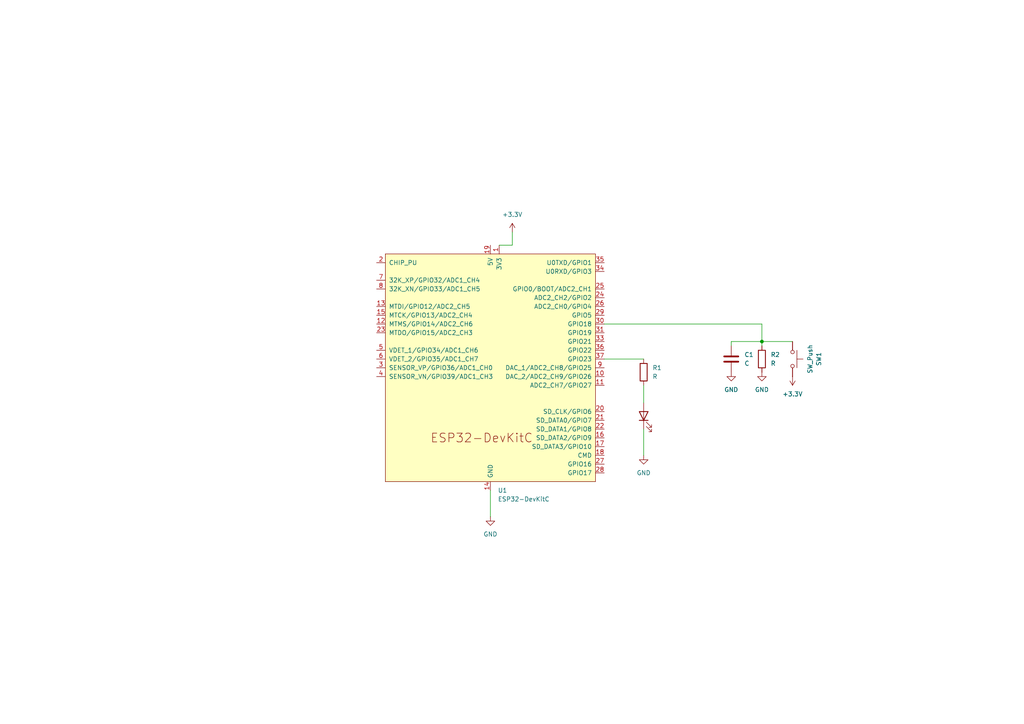
<source format=kicad_sch>
(kicad_sch (version 20250114) (generator "eeschema") (generator_version "9.0")
  (paper "A4")
  (lib_symbols
    (symbol "Device:C" (pin_numbers (hide yes)) (pin_names (offset 0.254))
      (property "Reference" "C" (at 0.635 2.54 0))
      (property "Value" "C" (at 0.635 -2.54 0))
      (symbol "C_0_1"
        (polyline (pts (xy -2.032 0.762) (xy 2.032 0.762)) (stroke (width 0.508)))
        (polyline (pts (xy -2.032 -0.762) (xy 2.032 -0.762)) (stroke (width 0.508)))
      )
      (symbol "C_1_1"
        (pin passive line (at 0 3.81 270) (length 2.794) (name "~") (number "1"))
        (pin passive line (at 0 -3.81 90) (length 2.794) (name "~") (number "2"))
      )
    )
    (symbol "Device:LED" (pin_numbers (hide yes)) (pin_names (offset 1.016) (hide yes))
      (property "Reference" "D" (at 0 2.54 0))
      (property "Value" "LED" (at 0 -2.54 0))
      (symbol "LED_0_1"
        (polyline (pts (xy -3.048 -0.762) (xy -4.572 -2.286) (xy -3.81 -2.286) (xy -4.572 -2.286) (xy -4.572 -1.524)))
        (polyline (pts (xy -1.778 -0.762) (xy -3.302 -2.286) (xy -2.54 -2.286) (xy -3.302 -2.286) (xy -3.302 -1.524)))
        (polyline (pts (xy -1.27 0) (xy 1.27 0)))
        (polyline (pts (xy -1.27 -1.27) (xy -1.27 1.27)) (stroke (width 0.254)))
        (polyline (pts (xy 1.27 -1.27) (xy 1.27 1.27) (xy -1.27 0) (xy 1.27 -1.27)) (stroke (width 0.254)))
      )
      (symbol "LED_1_1"
        (pin passive line (at -3.81 0 0) (length 2.54) (name "K") (number "1"))
        (pin passive line (at 3.81 0 180) (length 2.54) (name "A") (number "2"))
      )
    )
    (symbol "Device:R" (pin_numbers (hide yes)) (pin_names (offset 0))
      (property "Reference" "R" (at 2.032 0 90))
      (property "Value" "R" (at 0 0 90))
      (symbol "R_0_1"
        (rectangle (start -1.016 -2.54) (end 1.016 2.54) (stroke (width 0.254)))
      )
      (symbol "R_1_1"
        (pin passive line (at 0 3.81 270) (length 1.27) (name "~") (number "1"))
        (pin passive line (at 0 -3.81 90) (length 1.27) (name "~") (number "2"))
      )
    )
    (symbol "Espressif:ESP32-DevKitC" (pin_names (offset 1.016))
      (property "Reference" "U" (at -30.48 38.1 0))
      (property "Value" "ESP32-DevKitC" (at -30.48 35.56 0))
      (symbol "ESP32-DevKitC_0_0"
        (text "ESP32-DevKitC" (at -2.54 -20.32 0) (effects (font (size 2.54 2.54))))
        (pin power_in line (at 0 35.56 270) (length 2.54) (name "5V") (number "19"))
        (pin power_in line (at 0 -35.56 90) (length 2.54) (name "GND") (number "14"))
      )
      (symbol "ESP32-DevKitC_0_1"
        (rectangle (start -30.48 33.02) (end 30.48 -33.02) (fill (type background)))
      )
      (symbol "ESP32-DevKitC_1_1"
        (pin input line (at -33.02 30.48 0) (length 2.54) (name "CHIP_PU") (number "2"))
        (pin bidirectional line (at -33.02 25.4 0) (length 2.54) (name "32K_XP/GPIO32/ADC1_CH4") (number "7"))
        (pin bidirectional line (at -33.02 22.86 0) (length 2.54) (name "32K_XN/GPIO33/ADC1_CH5") (number "8"))
        (pin bidirectional line (at -33.02 17.78 0) (length 2.54) (name "MTDI/GPIO12/ADC2_CH5") (number "13"))
        (pin bidirectional line (at -33.02 15.24 0) (length 2.54) (name "MTCK/GPIO13/ADC2_CH4") (number "15"))
        (pin bidirectional line (at -33.02 12.7 0) (length 2.54) (name "MTMS/GPIO14/ADC2_CH6") (number "12"))
        (pin bidirectional line (at -33.02 10.16 0) (length 2.54) (name "MTDO/GPIO15/ADC2_CH3") (number "23"))
        (pin input line (at -33.02 5.08 0) (length 2.54) (name "VDET_1/GPIO34/ADC1_CH6") (number "5"))
        (pin input line (at -33.02 2.54 0) (length 2.54) (name "VDET_2/GPIO35/ADC1_CH7") (number "6"))
        (pin input line (at -33.02 0 0) (length 2.54) (name "SENSOR_VP/GPIO36/ADC1_CH0") (number "3"))
        (pin input line (at -33.02 -2.54 0) (length 2.54) (name "SENSOR_VN/GPIO39/ADC1_CH3") (number "4"))
        (pin passive line (at 0 -35.56 90) (length 2.54) (hide yes) (name "GND") (number "32"))
        (pin passive line (at 0 -35.56 90) (length 2.54) (hide yes) (name "GND") (number "38"))
        (pin power_in line (at 2.54 35.56 270) (length 2.54) (name "3V3") (number "1"))
        (pin bidirectional line (at 33.02 30.48 180) (length 2.54) (name "U0TXD/GPIO1") (number "35"))
        (pin bidirectional line (at 33.02 27.94 180) (length 2.54) (name "U0RXD/GPIO3") (number "34"))
        (pin bidirectional line (at 33.02 22.86 180) (length 2.54) (name "GPIO0/BOOT/ADC2_CH1") (number "25"))
        (pin bidirectional line (at 33.02 20.32 180) (length 2.54) (name "ADC2_CH2/GPIO2") (number "24"))
        (pin bidirectional line (at 33.02 17.78 180) (length 2.54) (name "ADC2_CH0/GPIO4") (number "26"))
        (pin bidirectional line (at 33.02 15.24 180) (length 2.54) (name "GPIO5") (number "29"))
        (pin bidirectional line (at 33.02 12.7 180) (length 2.54) (name "GPIO18") (number "30"))
        (pin bidirectional line (at 33.02 10.16 180) (length 2.54) (name "GPIO19") (number "31"))
        (pin bidirectional line (at 33.02 7.62 180) (length 2.54) (name "GPIO21") (number "33"))
        (pin bidirectional line (at 33.02 5.08 180) (length 2.54) (name "GPIO22") (number "36"))
        (pin bidirectional line (at 33.02 2.54 180) (length 2.54) (name "GPIO23") (number "37"))
        (pin bidirectional line (at 33.02 0 180) (length 2.54) (name "DAC_1/ADC2_CH8/GPIO25") (number "9"))
        (pin bidirectional line (at 33.02 -2.54 180) (length 2.54) (name "DAC_2/ADC2_CH9/GPIO26") (number "10"))
        (pin bidirectional line (at 33.02 -5.08 180) (length 2.54) (name "ADC2_CH7/GPIO27") (number "11"))
        (pin bidirectional line (at 33.02 -12.7 180) (length 2.54) (name "SD_CLK/GPIO6") (number "20"))
        (pin bidirectional line (at 33.02 -15.24 180) (length 2.54) (name "SD_DATA0/GPIO7") (number "21"))
        (pin bidirectional line (at 33.02 -17.78 180) (length 2.54) (name "SD_DATA1/GPIO8") (number "22"))
        (pin bidirectional line (at 33.02 -20.32 180) (length 2.54) (name "SD_DATA2/GPIO9") (number "16"))
        (pin bidirectional line (at 33.02 -22.86 180) (length 2.54) (name "SD_DATA3/GPIO10") (number "17"))
        (pin bidirectional line (at 33.02 -25.4 180) (length 2.54) (name "CMD") (number "18"))
        (pin bidirectional line (at 33.02 -27.94 180) (length 2.54) (name "GPIO16") (number "27"))
        (pin bidirectional line (at 33.02 -30.48 180) (length 2.54) (name "GPIO17") (number "28"))
      )
    )
    (symbol "Switch:SW_Push" (pin_numbers (hide yes)) (pin_names (offset 1.016) (hide yes))
      (property "Reference" "SW" (at 1.27 2.54 0))
      (property "Value" "SW_Push" (at 0 -1.524 0))
      (symbol "SW_Push_0_1"
        (circle (center -2.032 0) (radius 0.508))
        (polyline (pts (xy 0 1.27) (xy 0 3.048)))
        (circle (center 2.032 0) (radius 0.508))
        (polyline (pts (xy 2.54 1.27) (xy -2.54 1.27)))
        (pin passive line (at -5.08 0 0) (length 2.54) (name "1") (number "1"))
        (pin passive line (at 5.08 0 180) (length 2.54) (name "2") (number "2"))
      )
    )
    (symbol "power:+3.3V" (power) (pin_numbers (hide yes)) (pin_names (offset 0) (hide yes))
      (property "Value" "+3.3V" (at 0 3.556 0))
      (symbol "+3.3V_0_1"
        (polyline (pts (xy -0.762 1.27) (xy 0 2.54)))
        (polyline (pts (xy 0 2.54) (xy 0.762 1.27)))
        (polyline (pts (xy 0 0) (xy 0 2.54)))
      )
      (symbol "+3.3V_1_1"
        (pin power_in line (at 0 0 90) (length 0) (name "~") (number "1"))
      )
    )
    (symbol "power:GND" (power) (pin_numbers (hide yes)) (pin_names (offset 0) (hide yes))
      (property "Value" "GND" (at 0 -3.81 0))
      (symbol "GND_0_1"
        (polyline (pts (xy 0 0) (xy 0 -1.27) (xy 1.27 -1.27) (xy 0 -2.54) (xy -1.27 -1.27) (xy 0 -1.27)))
      )
      (symbol "GND_1_1"
        (pin power_in line (at 0 0 270) (length 0) (name "~") (number "1"))
      )
    )
  )
  (junction (at 220.98 99.06))
  (wire (pts (xy 148.59 67.31) (xy 148.59 71.12)))
  (wire (pts (xy 175.26 93.98) (xy 220.98 93.98)))
  (wire (pts (xy 220.98 93.98) (xy 220.98 99.06)))
  (wire (pts (xy 186.69 111.76) (xy 186.69 116.84)))
  (wire (pts (xy 220.98 99.06) (xy 212.09 99.06)))
  (wire (pts (xy 186.69 124.46) (xy 186.69 132.08)))
  (wire (pts (xy 220.98 99.06) (xy 229.87 99.06)))
  (wire (pts (xy 142.24 142.24) (xy 142.24 149.86)))
  (wire (pts (xy 220.98 100.33) (xy 220.98 99.06)))
  (wire (pts (xy 148.59 71.12) (xy 144.78 71.12)))
  (wire (pts (xy 175.26 104.14) (xy 186.69 104.14)))
  (wire (pts (xy 212.09 99.06) (xy 212.09 100.33)))
  (symbol (lib_id "Switch:SW_Push") (at 229.87 104.14 270) (unit 1)
    (property "Reference" "SW1" (at 237.49 104.14 0))
    (property "Value" "SW_Push" (at 234.95 104.14 0))
    (property "Footprint" "Button_Switch_THT:SW_PUSH_6mm" (effects (hide yes)))
    (property "Description" "Push button switch, generic, two pins" (effects (hide yes)))
  )
  (symbol (lib_id "power:GND") (at 142.24 149.86 0) (unit 1)
    (property "Reference" "#PWR01" (effects (hide yes)))
    (property "Value" "GND" (at 142.24 154.94 0))
    (property "Description" "Power symbol creates a global label with name \"GND\" , ground" (effects (hide yes)))
  )
  (symbol (lib_id "power:+3.3V") (at 229.87 109.22 180) (unit 1)
    (property "Reference" "#PWR06" (effects (hide yes)))
    (property "Value" "+3.3V" (at 229.87 114.3 0))
    (property "Description" "Power symbol creates a global label with name \"+3.3V\"" (effects (hide yes)))
  )
  (symbol (lib_id "power:+3.3V") (at 148.59 67.31 0) (unit 1)
    (property "Reference" "#PWR05" (effects (hide yes)))
    (property "Value" "+3.3V" (at 148.59 62.23 0))
    (property "Description" "Power symbol creates a global label with name \"+3.3V\"" (effects (hide yes)))
  )
  (symbol (lib_id "Device:R") (at 186.69 107.95 0) (unit 1)
    (property "Reference" "R1" (at 189.23 106.6799 0) (effects (justify left)))
    (property "Value" "R" (at 189.23 109.2199 0) (effects (justify left)))
    (property "Footprint" "Resistor_THT:R_Axial_DIN0207_L6.3mm_D2.5mm_P7.62mm_Horizontal" (effects (hide yes)))
    (property "Description" "Resistor" (effects (hide yes)))
  )
  (symbol (lib_id "Device:C") (at 212.09 104.14 0) (unit 1)
    (property "Reference" "C1" (at 215.9 102.8699 0) (effects (justify left)))
    (property "Value" "C" (at 215.9 105.4099 0) (effects (justify left)))
    (property "Footprint" "Capacitor_THT:C_Disc_D5.0mm_W2.5mm_P5.00mm" (effects (hide yes)))
    (property "Description" "Unpolarized capacitor" (effects (hide yes)))
  )
  (symbol (lib_id "Espressif:ESP32-DevKitC") (at 142.24 106.68 0) (unit 1)
    (property "Reference" "U1" (at 144.3833 142.24 0) (effects (justify left)))
    (property "Value" "ESP32-DevKitC" (at 144.3833 144.78 0) (effects (justify left)))
    (property "Footprint" "Espressif:ESP32-DevKitC" (effects (hide yes)))
    (property "Datasheet" "https://docs.espressif.com/projects/esp-idf/zh_CN/latest/esp32/hw-reference/esp32/get-started-devkitc.html" (effects (hide yes)))
    (property "Description" "Development Kit" (effects (hide yes)))
  )
  (symbol (lib_id "Device:LED") (at 186.69 120.65 90) (unit 1)
    (property "Reference" "D1" (effects (hide yes)))
    (property "Value" "LED" (effects (hide yes)))
    (property "Footprint" "LED_THT:LED_D3.0mm" (effects (hide yes)))
    (property "Description" "Light emitting diode" (effects (hide yes)))
    (property "Sim.Pins" "1=K 2=A" (effects (hide yes)))
  )
  (symbol (lib_id "power:GND") (at 186.69 132.08 0) (unit 1)
    (property "Reference" "#PWR04" (effects (hide yes)))
    (property "Value" "GND" (at 186.69 137.16 0))
    (property "Description" "Power symbol creates a global label with name \"GND\" , ground" (effects (hide yes)))
  )
  (symbol (lib_id "power:GND") (at 220.98 107.95 0) (unit 1)
    (property "Reference" "#PWR03" (effects (hide yes)))
    (property "Value" "GND" (at 220.98 113.03 0))
    (property "Description" "Power symbol creates a global label with name \"GND\" , ground" (effects (hide yes)))
  )
  (symbol (lib_id "power:GND") (at 212.09 107.95 0) (unit 1)
    (property "Reference" "#PWR02" (effects (hide yes)))
    (property "Value" "GND" (at 212.09 113.03 0))
    (property "Description" "Power symbol creates a global label with name \"GND\" , ground" (effects (hide yes)))
  )
  (symbol (lib_id "Device:R") (at 220.98 104.14 0) (unit 1)
    (property "Reference" "R2" (at 223.52 102.8699 0) (effects (justify left)))
    (property "Value" "R" (at 223.52 105.4099 0) (effects (justify left)))
    (property "Footprint" "Resistor_THT:R_Axial_DIN0207_L6.3mm_D2.5mm_P7.62mm_Horizontal" (effects (hide yes)))
    (property "Description" "Resistor" (effects (hide yes)))
  )
)
</source>
